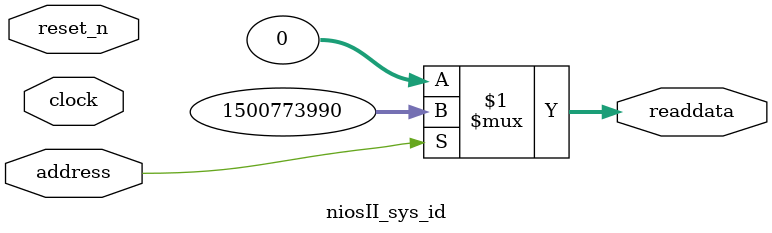
<source format=v>



// synthesis translate_off
`timescale 1ns / 1ps
// synthesis translate_on

// turn off superfluous verilog processor warnings 
// altera message_level Level1 
// altera message_off 10034 10035 10036 10037 10230 10240 10030 

module niosII_sys_id (
               // inputs:
                address,
                clock,
                reset_n,

               // outputs:
                readdata
             )
;

  output  [ 31: 0] readdata;
  input            address;
  input            clock;
  input            reset_n;

  wire    [ 31: 0] readdata;
  //control_slave, which is an e_avalon_slave
  assign readdata = address ? 1500773990 : 0;

endmodule



</source>
